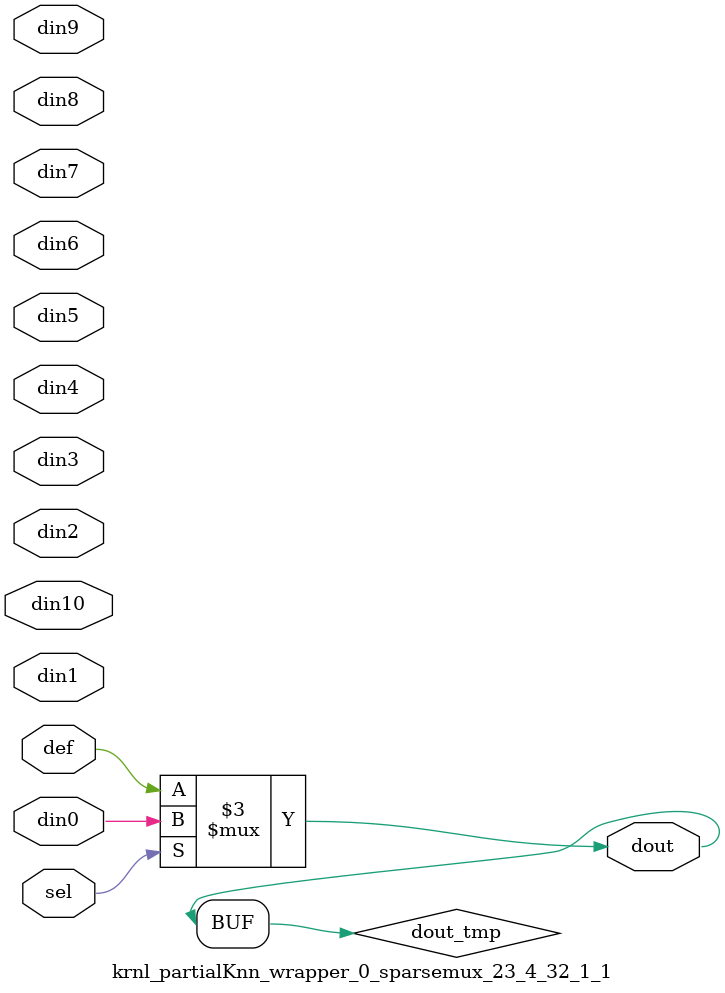
<source format=v>
`timescale 1 ns / 1 ps
module krnl_partialKnn_wrapper_0_sparsemux_23_4_32_1_1 (din0,din1,din2,din3,din4,din5,din6,din7,din8,din9,din10,def,sel,dout);
parameter din0_WIDTH = 1;
parameter din1_WIDTH = 1;
parameter din2_WIDTH = 1;
parameter din3_WIDTH = 1;
parameter din4_WIDTH = 1;
parameter din5_WIDTH = 1;
parameter din6_WIDTH = 1;
parameter din7_WIDTH = 1;
parameter din8_WIDTH = 1;
parameter din9_WIDTH = 1;
parameter din10_WIDTH = 1;
parameter def_WIDTH = 1;
parameter sel_WIDTH = 1;
parameter dout_WIDTH = 1;
parameter [sel_WIDTH-1:0] CASE0 = 1;
parameter [sel_WIDTH-1:0] CASE1 = 1;
parameter [sel_WIDTH-1:0] CASE2 = 1;
parameter [sel_WIDTH-1:0] CASE3 = 1;
parameter [sel_WIDTH-1:0] CASE4 = 1;
parameter [sel_WIDTH-1:0] CASE5 = 1;
parameter [sel_WIDTH-1:0] CASE6 = 1;
parameter [sel_WIDTH-1:0] CASE7 = 1;
parameter [sel_WIDTH-1:0] CASE8 = 1;
parameter [sel_WIDTH-1:0] CASE9 = 1;
parameter [sel_WIDTH-1:0] CASE10 = 1;
parameter ID = 1;
parameter NUM_STAGE = 1;
input [din0_WIDTH-1:0] din0;
input [din1_WIDTH-1:0] din1;
input [din2_WIDTH-1:0] din2;
input [din3_WIDTH-1:0] din3;
input [din4_WIDTH-1:0] din4;
input [din5_WIDTH-1:0] din5;
input [din6_WIDTH-1:0] din6;
input [din7_WIDTH-1:0] din7;
input [din8_WIDTH-1:0] din8;
input [din9_WIDTH-1:0] din9;
input [din10_WIDTH-1:0] din10;
input [def_WIDTH-1:0] def;
input [sel_WIDTH-1:0] sel;
output [dout_WIDTH-1:0] dout;
reg [dout_WIDTH-1:0] dout_tmp;
always @ (*) begin
case (sel)
    
    CASE0 : dout_tmp = din0;
    
    CASE1 : dout_tmp = din1;
    
    CASE2 : dout_tmp = din2;
    
    CASE3 : dout_tmp = din3;
    
    CASE4 : dout_tmp = din4;
    
    CASE5 : dout_tmp = din5;
    
    CASE6 : dout_tmp = din6;
    
    CASE7 : dout_tmp = din7;
    
    CASE8 : dout_tmp = din8;
    
    CASE9 : dout_tmp = din9;
    
    CASE10 : dout_tmp = din10;
    
    default : dout_tmp = def;
endcase
end
assign dout = dout_tmp;
endmodule
</source>
